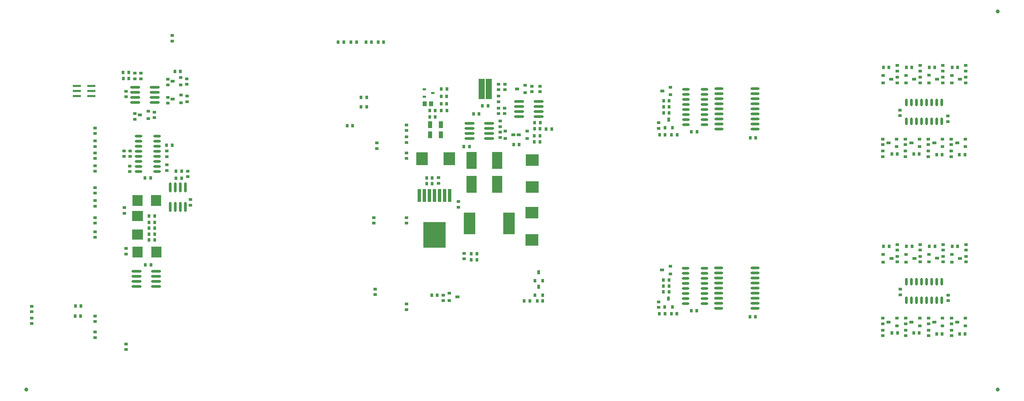
<source format=gtp>
G04 Layer_Color=8421504*
%FSLAX44Y44*%
%MOMM*%
G71*
G01*
G75*
%ADD10C,1.0000*%
%ADD11R,1.1000X0.6500*%
%ADD12R,0.9000X0.6500*%
%ADD13R,0.9000X0.8000*%
%ADD14O,0.6000X1.9000*%
%ADD15R,0.8000X0.9000*%
%ADD19R,0.6500X0.9000*%
%ADD20R,0.6500X1.1000*%
%ADD21O,1.9000X0.6000*%
%ADD22O,2.3000X0.6000*%
%ADD24R,3.0000X3.2000*%
%ADD25R,3.2000X3.0000*%
%ADD26O,2.5000X0.7000*%
%ADD27O,0.7000X2.5000*%
%ADD29R,0.9000X3.2000*%
%ADD30R,1.5500X5.2000*%
%ADD31R,2.9000X5.4000*%
%ADD32R,0.8500X0.6000*%
%ADD33R,2.6162X2.7432*%
%ADD34R,2.7432X2.6162*%
%ADD35R,2.0000X0.5300*%
%ADD36R,1.0000X1.3000*%
%ADD37R,2.6000X4.2000*%
%ADD38R,1.1000X1.7000*%
%ADD62R,5.6000X6.4000*%
D10*
X20000Y-30000D02*
D03*
X2460000D02*
D03*
Y920000D02*
D03*
D11*
X2192625Y749500D02*
D03*
X2242875Y589500D02*
D03*
X2300375D02*
D03*
X2185375D02*
D03*
X2357875D02*
D03*
X2250125Y749500D02*
D03*
X2307500Y749960D02*
D03*
X2365125Y749500D02*
D03*
X1617125Y720000D02*
D03*
X1616625Y270000D02*
D03*
X2192875Y299500D02*
D03*
X2243125Y139500D02*
D03*
X2300625D02*
D03*
X2185625D02*
D03*
X2358125D02*
D03*
X2250375Y299500D02*
D03*
X2307750Y299960D02*
D03*
X2365375Y299500D02*
D03*
X1102875Y202500D02*
D03*
X387125Y744601D02*
D03*
X305123Y660000D02*
D03*
X387623Y700000D02*
D03*
X1252125Y725000D02*
D03*
X1257125Y610000D02*
D03*
X1243625Y610000D02*
D03*
D12*
X2171875Y740000D02*
D03*
Y759000D02*
D03*
X2263625Y599000D02*
D03*
Y580000D02*
D03*
X2321125Y599000D02*
D03*
Y580000D02*
D03*
X2206125Y599000D02*
D03*
Y580000D02*
D03*
X2378625Y599000D02*
D03*
Y580000D02*
D03*
X2229375Y740000D02*
D03*
Y759000D02*
D03*
X2286750Y740460D02*
D03*
Y759460D02*
D03*
X2344375Y740000D02*
D03*
Y759000D02*
D03*
X1637875Y710500D02*
D03*
Y729500D02*
D03*
X1637375Y260500D02*
D03*
Y279500D02*
D03*
X2172125Y290000D02*
D03*
Y309000D02*
D03*
X2263875Y149000D02*
D03*
Y130000D02*
D03*
X2321375Y149000D02*
D03*
Y130000D02*
D03*
X2206375Y149000D02*
D03*
Y130000D02*
D03*
X2378875Y149000D02*
D03*
Y130000D02*
D03*
X2229625Y290000D02*
D03*
Y309000D02*
D03*
X2287000Y290460D02*
D03*
Y309460D02*
D03*
X2344625Y290000D02*
D03*
Y309000D02*
D03*
X1082125Y193000D02*
D03*
Y212000D02*
D03*
X407875Y754101D02*
D03*
Y735100D02*
D03*
X325873Y669500D02*
D03*
Y650500D02*
D03*
X408373Y709500D02*
D03*
Y690500D02*
D03*
X1272875Y734500D02*
D03*
Y715500D02*
D03*
X1277875Y619500D02*
D03*
Y600500D02*
D03*
X1222875Y600500D02*
D03*
Y619500D02*
D03*
D13*
X2207250Y770001D02*
D03*
Y784002D02*
D03*
X2170750Y585001D02*
D03*
Y599002D02*
D03*
Y568998D02*
D03*
Y554999D02*
D03*
X2214750Y671999D02*
D03*
Y657999D02*
D03*
X2334750Y656998D02*
D03*
Y642998D02*
D03*
X2228250Y585001D02*
D03*
Y599002D02*
D03*
X2285750Y568998D02*
D03*
Y554999D02*
D03*
Y585001D02*
D03*
Y599002D02*
D03*
X2343250Y568998D02*
D03*
Y554999D02*
D03*
X2264750Y754498D02*
D03*
Y740498D02*
D03*
Y770002D02*
D03*
Y784002D02*
D03*
X2322250Y770001D02*
D03*
Y784002D02*
D03*
X2379750Y770001D02*
D03*
Y784002D02*
D03*
Y754498D02*
D03*
Y740498D02*
D03*
X2322250Y754498D02*
D03*
Y740498D02*
D03*
X2207250Y754498D02*
D03*
Y740498D02*
D03*
X2343250Y585001D02*
D03*
Y599002D02*
D03*
X2228250Y568998D02*
D03*
Y554999D02*
D03*
X1608500Y625998D02*
D03*
Y639998D02*
D03*
X1608000Y175998D02*
D03*
Y189998D02*
D03*
X2207500Y320001D02*
D03*
Y334002D02*
D03*
X2171000Y135001D02*
D03*
Y149002D02*
D03*
Y118998D02*
D03*
Y104999D02*
D03*
X2215000Y221999D02*
D03*
Y207999D02*
D03*
X2335000Y206998D02*
D03*
Y192998D02*
D03*
X2228500Y135001D02*
D03*
Y149002D02*
D03*
X2286000Y118998D02*
D03*
Y104999D02*
D03*
Y135001D02*
D03*
Y149002D02*
D03*
X2343500Y118998D02*
D03*
Y104999D02*
D03*
X2265000Y304498D02*
D03*
Y290498D02*
D03*
Y320002D02*
D03*
Y334002D02*
D03*
X2322500Y320001D02*
D03*
Y334002D02*
D03*
X2380000Y320001D02*
D03*
Y334002D02*
D03*
Y304498D02*
D03*
Y290498D02*
D03*
X2322500Y304498D02*
D03*
Y290498D02*
D03*
X2207500Y304498D02*
D03*
Y290498D02*
D03*
X2343500Y135001D02*
D03*
Y149002D02*
D03*
X2228500Y118998D02*
D03*
Y104999D02*
D03*
X270000Y310498D02*
D03*
Y324498D02*
D03*
X425250Y504498D02*
D03*
Y518498D02*
D03*
X192500Y612999D02*
D03*
Y626998D02*
D03*
X892500Y402002D02*
D03*
Y388002D02*
D03*
X975000Y634502D02*
D03*
Y620502D02*
D03*
Y402002D02*
D03*
Y388002D02*
D03*
X265500Y555398D02*
D03*
Y569398D02*
D03*
X900000Y575499D02*
D03*
Y589499D02*
D03*
X975000Y550498D02*
D03*
Y564498D02*
D03*
X280500Y555398D02*
D03*
Y569398D02*
D03*
X895702Y208373D02*
D03*
Y222373D02*
D03*
X192500Y154502D02*
D03*
Y140502D02*
D03*
X975000Y170498D02*
D03*
Y184498D02*
D03*
X192500Y114502D02*
D03*
Y100502D02*
D03*
X375000Y735498D02*
D03*
Y749498D02*
D03*
X422500Y736600D02*
D03*
Y750600D02*
D03*
X192500Y444502D02*
D03*
Y430502D02*
D03*
Y477002D02*
D03*
Y463002D02*
D03*
X265998Y426752D02*
D03*
Y412752D02*
D03*
X192500Y366402D02*
D03*
Y352402D02*
D03*
X375000Y703552D02*
D03*
Y689552D02*
D03*
X292500Y648998D02*
D03*
Y662998D02*
D03*
X424000Y692998D02*
D03*
Y706998D02*
D03*
X1290000Y717999D02*
D03*
Y731999D02*
D03*
X1067500Y207002D02*
D03*
Y193002D02*
D03*
X1310000Y717999D02*
D03*
Y731999D02*
D03*
X1206176Y707002D02*
D03*
Y693002D02*
D03*
X1206176Y737002D02*
D03*
Y723002D02*
D03*
X1209926Y602998D02*
D03*
Y616998D02*
D03*
X1221176Y662799D02*
D03*
Y676799D02*
D03*
X1055000Y502002D02*
D03*
Y488002D02*
D03*
X1120000Y297998D02*
D03*
Y311998D02*
D03*
X432500Y432998D02*
D03*
Y446998D02*
D03*
X280000Y517400D02*
D03*
Y531400D02*
D03*
X270000Y70498D02*
D03*
Y84498D02*
D03*
X385998Y845499D02*
D03*
Y859499D02*
D03*
X1222125Y737002D02*
D03*
Y723002D02*
D03*
X1105000Y442002D02*
D03*
Y428002D02*
D03*
X32998Y149501D02*
D03*
Y135501D02*
D03*
X32998Y179003D02*
D03*
Y165003D02*
D03*
X975000Y604501D02*
D03*
Y590501D02*
D03*
X1210001Y630499D02*
D03*
Y644499D02*
D03*
X1206176Y662799D02*
D03*
Y676799D02*
D03*
X270000Y719502D02*
D03*
Y705502D02*
D03*
X307500Y764502D02*
D03*
Y750502D02*
D03*
X292300Y750498D02*
D03*
Y764498D02*
D03*
X341500Y652999D02*
D03*
Y666998D02*
D03*
X372500Y554997D02*
D03*
Y568997D02*
D03*
X372500Y534502D02*
D03*
Y520502D02*
D03*
X192500Y402002D02*
D03*
Y388002D02*
D03*
Y532002D02*
D03*
Y518002D02*
D03*
X192500Y550498D02*
D03*
Y564498D02*
D03*
Y580498D02*
D03*
Y594498D02*
D03*
D14*
X2230300Y644000D02*
D03*
X2243000D02*
D03*
X2255700D02*
D03*
X2268400D02*
D03*
X2281100D02*
D03*
X2293800D02*
D03*
X2306500D02*
D03*
X2319200D02*
D03*
X2230300Y691000D02*
D03*
X2243000D02*
D03*
X2255700D02*
D03*
X2268400D02*
D03*
X2281100D02*
D03*
X2293800D02*
D03*
X2306500D02*
D03*
X2319200D02*
D03*
X2230550Y194000D02*
D03*
X2243250D02*
D03*
X2255950D02*
D03*
X2268650D02*
D03*
X2281350D02*
D03*
X2294050D02*
D03*
X2306750D02*
D03*
X2319450D02*
D03*
X2230550Y241000D02*
D03*
X2243250D02*
D03*
X2255950D02*
D03*
X2268650D02*
D03*
X2281350D02*
D03*
X2294050D02*
D03*
X2306750D02*
D03*
X2319450D02*
D03*
D15*
X2207748Y562000D02*
D03*
X2193748D02*
D03*
X2262748D02*
D03*
X2248748D02*
D03*
X2377748Y559500D02*
D03*
X2363748D02*
D03*
X2172752Y779500D02*
D03*
X2186752D02*
D03*
X2230252D02*
D03*
X2244252D02*
D03*
X2287752D02*
D03*
X2301752D02*
D03*
X2345252D02*
D03*
X2359252D02*
D03*
X2320248Y559500D02*
D03*
X2306248D02*
D03*
X1620498Y695000D02*
D03*
X1634498D02*
D03*
X1634502Y680000D02*
D03*
X1620502D02*
D03*
X1620498Y665000D02*
D03*
X1634498D02*
D03*
X1610498Y610000D02*
D03*
X1624498D02*
D03*
X1654502Y610000D02*
D03*
X1640502D02*
D03*
X1690498Y617500D02*
D03*
X1704498D02*
D03*
X1852002Y602500D02*
D03*
X1838002D02*
D03*
X1619998Y245000D02*
D03*
X1633998D02*
D03*
X1634002Y230000D02*
D03*
X1620002D02*
D03*
X1619998Y215000D02*
D03*
X1633998D02*
D03*
X1609998Y160000D02*
D03*
X1623998D02*
D03*
X1654002Y160000D02*
D03*
X1640002D02*
D03*
X1689998Y167500D02*
D03*
X1703998D02*
D03*
X1851502Y152500D02*
D03*
X1837502D02*
D03*
X2207998Y112000D02*
D03*
X2193998D02*
D03*
X2262998D02*
D03*
X2248998D02*
D03*
X2377998Y109500D02*
D03*
X2363998D02*
D03*
X2173002Y329500D02*
D03*
X2187001D02*
D03*
X2230502D02*
D03*
X2244502D02*
D03*
X2288002D02*
D03*
X2302002D02*
D03*
X2345502D02*
D03*
X2359502D02*
D03*
X2320498Y109500D02*
D03*
X2306498D02*
D03*
X327998Y346000D02*
D03*
X341998D02*
D03*
X860498Y703650D02*
D03*
X874498D02*
D03*
X395748Y518000D02*
D03*
X409748D02*
D03*
X327998Y405995D02*
D03*
X341998D02*
D03*
X395748Y501000D02*
D03*
X409748D02*
D03*
X327998Y360000D02*
D03*
X341998D02*
D03*
X327998Y390000D02*
D03*
X341998D02*
D03*
X917504Y842500D02*
D03*
X903504D02*
D03*
X887002Y842500D02*
D03*
X873002D02*
D03*
X835498Y842500D02*
D03*
X849498D02*
D03*
X802998D02*
D03*
X816998D02*
D03*
X860498Y680000D02*
D03*
X874498D02*
D03*
X263498Y751250D02*
D03*
X277498D02*
D03*
X1302998Y192500D02*
D03*
X1316998D02*
D03*
X1284501Y192500D02*
D03*
X1270502D02*
D03*
X1052001Y207000D02*
D03*
X1038001D02*
D03*
X1047002Y655000D02*
D03*
X1033002D02*
D03*
X1076002Y671000D02*
D03*
X1062002D02*
D03*
X1076252Y725000D02*
D03*
X1062252D02*
D03*
X1296040Y607500D02*
D03*
X1310040D02*
D03*
X1075960Y706001D02*
D03*
X1061960D02*
D03*
X1075960Y688001D02*
D03*
X1061960D02*
D03*
X1296040Y592000D02*
D03*
X1310040D02*
D03*
X1243848Y585500D02*
D03*
X1257848D02*
D03*
X1165498Y682500D02*
D03*
X1179498D02*
D03*
X1142999Y662500D02*
D03*
X1156999D02*
D03*
X1025298Y486800D02*
D03*
X1039298D02*
D03*
X1025298Y501800D02*
D03*
X1039298D02*
D03*
X1325498Y624373D02*
D03*
X1339498D02*
D03*
X1137500Y296000D02*
D03*
X1151500D02*
D03*
X1137500Y311400D02*
D03*
X1151500D02*
D03*
X333002Y282750D02*
D03*
X319002D02*
D03*
X327998Y375500D02*
D03*
X341998D02*
D03*
X839502Y632500D02*
D03*
X825502D02*
D03*
X371998Y583250D02*
D03*
X385998D02*
D03*
X332002Y501902D02*
D03*
X318002D02*
D03*
X1047002Y670950D02*
D03*
X1033002D02*
D03*
X1296748Y640000D02*
D03*
X1310748D02*
D03*
X1133001Y580000D02*
D03*
X1119001D02*
D03*
X156302Y154260D02*
D03*
X142302D02*
D03*
X142998Y179660D02*
D03*
X156998D02*
D03*
X1296498Y625000D02*
D03*
X1310498D02*
D03*
X262998Y766302D02*
D03*
X276998D02*
D03*
X392998Y768750D02*
D03*
X406998D02*
D03*
D19*
X1624000Y627625D02*
D03*
X1643000D02*
D03*
X1623500Y177625D02*
D03*
X1642500D02*
D03*
X1316500Y207125D02*
D03*
X1297500D02*
D03*
X1316500Y243525D02*
D03*
X1297500D02*
D03*
D20*
X1633500Y648375D02*
D03*
X1633000Y198375D02*
D03*
X1307000Y227875D02*
D03*
Y264275D02*
D03*
D21*
X1723500Y635550D02*
D03*
Y648250D02*
D03*
Y660950D02*
D03*
Y673650D02*
D03*
Y686350D02*
D03*
Y699050D02*
D03*
Y711750D02*
D03*
Y724450D02*
D03*
X1676500Y635550D02*
D03*
Y648250D02*
D03*
Y660950D02*
D03*
Y673650D02*
D03*
Y686350D02*
D03*
Y699050D02*
D03*
Y711750D02*
D03*
Y724450D02*
D03*
X1723000Y185550D02*
D03*
Y198250D02*
D03*
Y210950D02*
D03*
Y223650D02*
D03*
Y236350D02*
D03*
Y249050D02*
D03*
Y261750D02*
D03*
Y274450D02*
D03*
X1676000Y185550D02*
D03*
Y198250D02*
D03*
Y210950D02*
D03*
Y223650D02*
D03*
Y236350D02*
D03*
Y249050D02*
D03*
Y261750D02*
D03*
Y274450D02*
D03*
X348500Y517452D02*
D03*
Y530152D02*
D03*
Y542852D02*
D03*
Y555552D02*
D03*
Y568252D02*
D03*
Y580952D02*
D03*
Y593652D02*
D03*
Y606352D02*
D03*
X301500Y517452D02*
D03*
Y530152D02*
D03*
Y542852D02*
D03*
Y555552D02*
D03*
Y568252D02*
D03*
Y580952D02*
D03*
Y593652D02*
D03*
Y606352D02*
D03*
D22*
X1850500Y624200D02*
D03*
Y636900D02*
D03*
Y649600D02*
D03*
Y662300D02*
D03*
Y675000D02*
D03*
Y687700D02*
D03*
Y700400D02*
D03*
Y713100D02*
D03*
Y725800D02*
D03*
X1759500Y624200D02*
D03*
Y636900D02*
D03*
Y649600D02*
D03*
Y662300D02*
D03*
Y675000D02*
D03*
Y687700D02*
D03*
Y700400D02*
D03*
Y713100D02*
D03*
Y725800D02*
D03*
X1850000Y174200D02*
D03*
Y186900D02*
D03*
Y199600D02*
D03*
Y212300D02*
D03*
Y225000D02*
D03*
Y237700D02*
D03*
Y250400D02*
D03*
Y263100D02*
D03*
Y275800D02*
D03*
X1759000Y174200D02*
D03*
Y186900D02*
D03*
Y199600D02*
D03*
Y212300D02*
D03*
Y225000D02*
D03*
Y237700D02*
D03*
Y250400D02*
D03*
Y263100D02*
D03*
Y275800D02*
D03*
D24*
X1082000Y550000D02*
D03*
X1014000D02*
D03*
D25*
X1290340Y478501D02*
D03*
Y546500D02*
D03*
X1290000Y414000D02*
D03*
Y346000D02*
D03*
D26*
X296500Y266800D02*
D03*
Y254100D02*
D03*
Y241400D02*
D03*
Y228700D02*
D03*
X345500Y266800D02*
D03*
Y254100D02*
D03*
Y241400D02*
D03*
Y228700D02*
D03*
X293000Y729050D02*
D03*
Y716350D02*
D03*
Y703650D02*
D03*
Y690950D02*
D03*
X342000Y729050D02*
D03*
Y716350D02*
D03*
Y703650D02*
D03*
Y690950D02*
D03*
X1182000Y600950D02*
D03*
Y613650D02*
D03*
Y626350D02*
D03*
Y639050D02*
D03*
X1133000Y600950D02*
D03*
Y613650D02*
D03*
Y626350D02*
D03*
Y639050D02*
D03*
X1258000Y694050D02*
D03*
Y681350D02*
D03*
Y668650D02*
D03*
Y655950D02*
D03*
X1307000Y694050D02*
D03*
Y681350D02*
D03*
Y668650D02*
D03*
Y655950D02*
D03*
D27*
X419050Y477500D02*
D03*
X406350D02*
D03*
X393650D02*
D03*
X380950D02*
D03*
X419050Y428500D02*
D03*
X406350D02*
D03*
X393650D02*
D03*
X380950D02*
D03*
D29*
X1083100Y457500D02*
D03*
X1070400D02*
D03*
X1057700D02*
D03*
X1045000D02*
D03*
X1032300D02*
D03*
X1019600D02*
D03*
X1006900D02*
D03*
D30*
X1163250Y725000D02*
D03*
X1181750D02*
D03*
D31*
X1232000Y387500D02*
D03*
X1133000D02*
D03*
D32*
X1041150Y715000D02*
D03*
X1019650Y705500D02*
D03*
Y724500D02*
D03*
D33*
X345995Y445000D02*
D03*
X299005D02*
D03*
X346495Y315000D02*
D03*
X299505D02*
D03*
D34*
X299250Y405995D02*
D03*
Y359005D02*
D03*
D35*
X146400Y732700D02*
D03*
Y720000D02*
D03*
Y707300D02*
D03*
X183600D02*
D03*
Y720000D02*
D03*
Y732700D02*
D03*
D36*
X1036750Y688001D02*
D03*
X1020750D02*
D03*
D37*
X1138500Y485751D02*
D03*
X1202500D02*
D03*
X1138500Y545751D02*
D03*
X1202500D02*
D03*
D38*
X1061000Y635000D02*
D03*
X1034000D02*
D03*
X1061000Y610000D02*
D03*
X1034000D02*
D03*
D62*
X1045106Y358500D02*
D03*
M02*

</source>
